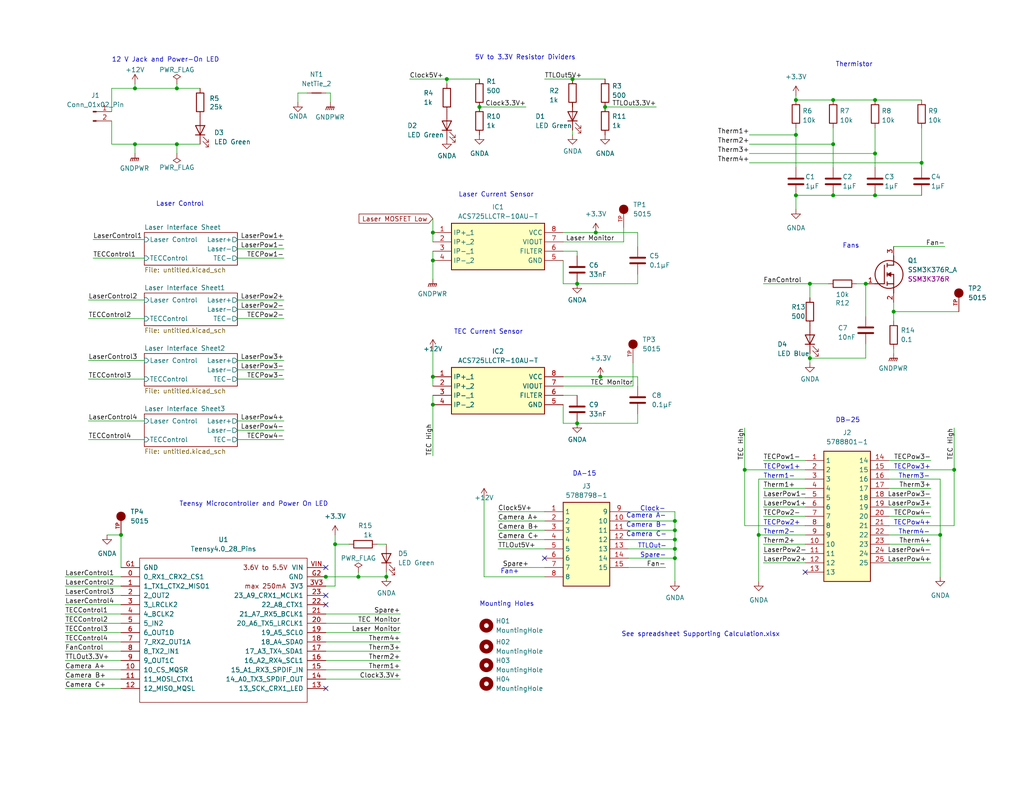
<source format=kicad_sch>
(kicad_sch (version 20230121) (generator eeschema)
  (paper "USLetter")
  (title_block (title "HSHS Interface Board v 0110B") (date "2024-02-29") (rev "NT-0110A") (company "Numentus Technologies"))
  (junction (at 260.35 128.27))
  (junction (at 203.2 128.27))
  (junction (at 157.48 115.57))
  (junction (at 118.11 110.49))
  (junction (at 118.11 63.5))
  (junction (at 184.15 147.32))
  (junction (at 217.17 36.83))
  (junction (at 227.33 39.37))
  (junction (at 165.1 29.21))
  (junction (at 238.76 41.91))
  (junction (at 238.76 53.34))
  (junction (at 217.17 53.34))
  (junction (at 33.02 146.05))
  (junction (at 36.83 24.13))
  (junction (at 207.01 146.05))
  (junction (at 217.17 27.305))
  (junction (at 91.44 148.59))
  (junction (at 36.83 39.37))
  (junction (at 184.15 142.24))
  (junction (at 88.9 157.48))
  (junction (at 251.46 44.45))
  (junction (at 184.15 149.86))
  (junction (at 118.11 71.12))
  (junction (at 220.98 77.47))
  (junction (at 48.26 39.37))
  (junction (at 184.15 152.4))
  (junction (at 121.92 21.59))
  (junction (at 157.48 77.47))
  (junction (at 97.79 157.48))
  (junction (at 163.83 102.87))
  (junction (at 105.41 157.48))
  (junction (at 227.33 53.34))
  (junction (at 256.54 146.05))
  (junction (at 238.76 27.305))
  (junction (at 130.81 29.21))
  (junction (at 162.56 63.5))
  (junction (at 156.21 21.59))
  (junction (at 184.15 144.78))
  (junction (at 243.84 85.09))
  (junction (at 220.98 97.79))
  (junction (at 227.33 27.305))
  (junction (at 48.26 24.13))
  (junction (at 236.22 77.47))
  (junction (at 118.11 102.87))
  (no_connect (at 88.9 162.56))
  (no_connect (at 88.9 187.96))
  (no_connect (at 148.59 152.4))
  (no_connect (at 219.71 156.21))
  (no_connect (at 88.9 165.1))
  (no_connect (at 88.9 154.94))
  (wire (pts (xy 33.02 182.88) (xy 17.78 182.88)))
  (wire (pts (xy 64.77 100.965) (xy 77.47 100.965)))
  (wire (pts (xy 238.76 34.925) (xy 238.76 41.91)))
  (wire (pts (xy 36.83 39.37) (xy 36.83 41.91)))
  (wire (pts (xy 33.02 167.64) (xy 17.78 167.64)))
  (wire (pts (xy 64.77 84.455) (xy 77.47 84.455)))
  (wire (pts (xy 91.44 146.05) (xy 91.44 148.59)))
  (wire (pts (xy 48.26 24.13) (xy 54.61 24.13)))
  (wire (pts (xy 64.77 103.505) (xy 77.47 103.505)))
  (wire (pts (xy 251.46 44.45) (xy 251.46 45.72)))
  (wire (pts (xy 30.48 39.37) (xy 36.83 39.37)))
  (wire (pts (xy 208.28 77.47) (xy 220.98 77.47)))
  (wire (pts (xy 256.54 146.05) (xy 256.54 157.48)))
  (wire (pts (xy 260.35 128.27) (xy 260.35 143.51)))
  (wire (pts (xy 173.99 105.41) (xy 173.99 102.87)))
  (wire (pts (xy 171.45 139.7) (xy 184.15 139.7)))
  (wire (pts (xy 204.47 36.83) (xy 217.17 36.83)))
  (wire (pts (xy 157.48 68.58) (xy 157.48 69.85)))
  (wire (pts (xy 153.67 68.58) (xy 157.48 68.58)))
  (wire (pts (xy 135.89 144.78) (xy 148.59 144.78)))
  (wire (pts (xy 33.02 157.48) (xy 17.78 157.48)))
  (wire (pts (xy 184.15 152.4) (xy 184.15 158.75)))
  (wire (pts (xy 162.56 63.5) (xy 153.67 63.5)))
  (wire (pts (xy 121.92 21.59) (xy 130.81 21.59)))
  (wire (pts (xy 33.02 177.8) (xy 17.78 177.8)))
  (wire (pts (xy 64.77 67.945) (xy 77.47 67.945)))
  (wire (pts (xy 118.11 107.95) (xy 118.11 110.49)))
  (wire (pts (xy 135.89 147.32) (xy 148.59 147.32)))
  (wire (pts (xy 238.76 27.305) (xy 227.33 27.305)))
  (wire (pts (xy 91.44 160.02) (xy 91.44 148.59)))
  (wire (pts (xy 171.45 142.24) (xy 184.15 142.24)))
  (wire (pts (xy 64.77 65.405) (xy 77.47 65.405)))
  (wire (pts (xy 36.83 24.13) (xy 30.48 24.13)))
  (wire (pts (xy 233.68 77.47) (xy 236.22 77.47)))
  (wire (pts (xy 242.57 153.67) (xy 254 153.67)))
  (wire (pts (xy 208.28 133.35) (xy 219.71 133.35)))
  (wire (pts (xy 88.9 157.48) (xy 97.79 157.48)))
  (wire (pts (xy 135.89 139.7) (xy 148.59 139.7)))
  (wire (pts (xy 220.98 97.79) (xy 220.98 99.06)))
  (wire (pts (xy 153.67 115.57) (xy 153.67 110.49)))
  (wire (pts (xy 105.41 156.21) (xy 105.41 157.48)))
  (wire (pts (xy 88.9 175.26) (xy 109.22 175.26)))
  (wire (pts (xy 118.11 63.5) (xy 118.11 66.04)))
  (wire (pts (xy 33.02 162.56) (xy 17.78 162.56)))
  (wire (pts (xy 88.9 172.72) (xy 109.22 172.72)))
  (wire (pts (xy 88.9 180.34) (xy 109.22 180.34)))
  (wire (pts (xy 88.9 167.64) (xy 109.22 167.64)))
  (wire (pts (xy 132.08 157.48) (xy 148.59 157.48)))
  (wire (pts (xy 242.57 140.97) (xy 254 140.97)))
  (wire (pts (xy 184.15 144.78) (xy 184.15 147.32)))
  (wire (pts (xy 153.67 102.87) (xy 163.83 102.87)))
  (wire (pts (xy 236.22 93.98) (xy 236.22 97.79)))
  (wire (pts (xy 30.48 24.13) (xy 30.48 30.48)))
  (wire (pts (xy 36.83 39.37) (xy 48.26 39.37)))
  (wire (pts (xy 162.56 63.5) (xy 173.99 63.5)))
  (wire (pts (xy 81.28 25.4) (xy 81.28 27.94)))
  (wire (pts (xy 118.11 124.46) (xy 118.11 110.49)))
  (wire (pts (xy 203.2 128.27) (xy 219.71 128.27)))
  (wire (pts (xy 242.57 138.43) (xy 254 138.43)))
  (wire (pts (xy 25.4 65.405) (xy 39.37 65.405)))
  (wire (pts (xy 243.84 95.25) (xy 243.84 96.52)))
  (wire (pts (xy 184.15 147.32) (xy 184.15 149.86)))
  (wire (pts (xy 33.02 187.96) (xy 17.78 187.96)))
  (wire (pts (xy 227.33 53.34) (xy 217.17 53.34)))
  (wire (pts (xy 242.57 133.35) (xy 254 133.35)))
  (wire (pts (xy 156.21 35.56) (xy 156.21 36.83)))
  (wire (pts (xy 135.89 142.24) (xy 148.59 142.24)))
  (wire (pts (xy 208.28 153.67) (xy 219.71 153.67)))
  (wire (pts (xy 153.67 77.47) (xy 153.67 71.12)))
  (wire (pts (xy 171.45 152.4) (xy 184.15 152.4)))
  (wire (pts (xy 227.33 27.305) (xy 217.17 27.305)))
  (wire (pts (xy 157.48 77.47) (xy 173.99 77.47)))
  (wire (pts (xy 118.11 76.2) (xy 118.11 71.12)))
  (wire (pts (xy 251.46 27.305) (xy 238.76 27.305)))
  (wire (pts (xy 111.76 21.59) (xy 121.92 21.59)))
  (wire (pts (xy 207.01 130.81) (xy 219.71 130.81)))
  (wire (pts (xy 24.13 86.995) (xy 39.37 86.995)))
  (wire (pts (xy 24.13 98.425) (xy 39.37 98.425)))
  (wire (pts (xy 64.77 117.475) (xy 77.47 117.475)))
  (wire (pts (xy 156.21 29.21) (xy 156.21 27.94)))
  (wire (pts (xy 48.26 39.37) (xy 48.26 41.91)))
  (wire (pts (xy 243.84 67.31) (xy 257.81 67.31)))
  (wire (pts (xy 33.02 175.26) (xy 17.78 175.26)))
  (wire (pts (xy 85.09 157.48) (xy 88.9 157.48)))
  (wire (pts (xy 251.46 34.925) (xy 251.46 44.45)))
  (wire (pts (xy 36.83 22.86) (xy 36.83 24.13)))
  (wire (pts (xy 25.4 70.485) (xy 39.37 70.485)))
  (wire (pts (xy 153.67 107.95) (xy 157.48 107.95)))
  (wire (pts (xy 33.02 165.1) (xy 17.78 165.1)))
  (wire (pts (xy 153.67 77.47) (xy 157.48 77.47)))
  (wire (pts (xy 238.76 53.34) (xy 251.46 53.34)))
  (wire (pts (xy 207.01 146.05) (xy 219.71 146.05)))
  (wire (pts (xy 24.13 81.915) (xy 39.37 81.915)))
  (wire (pts (xy 64.77 120.015) (xy 77.47 120.015)))
  (wire (pts (xy 204.47 41.91) (xy 238.76 41.91)))
  (wire (pts (xy 242.57 125.73) (xy 254 125.73)))
  (wire (pts (xy 227.33 39.37) (xy 204.47 39.37)))
  (wire (pts (xy 17.78 180.34) (xy 33.02 180.34)))
  (wire (pts (xy 48.26 39.37) (xy 54.61 39.37)))
  (wire (pts (xy 220.98 77.47) (xy 226.06 77.47)))
  (wire (pts (xy 153.67 115.57) (xy 157.48 115.57)))
  (wire (pts (xy 153.67 105.41) (xy 172.72 105.41)))
  (wire (pts (xy 33.02 170.18) (xy 17.78 170.18)))
  (wire (pts (xy 208.28 151.13) (xy 219.71 151.13)))
  (wire (pts (xy 203.2 128.27) (xy 203.2 143.51)))
  (wire (pts (xy 208.28 125.73) (xy 219.71 125.73)))
  (wire (pts (xy 109.22 185.42) (xy 88.9 185.42)))
  (wire (pts (xy 97.79 157.48) (xy 105.41 157.48)))
  (wire (pts (xy 135.89 149.86) (xy 148.59 149.86)))
  (wire (pts (xy 118.11 102.87) (xy 118.11 105.41)))
  (wire (pts (xy 208.28 140.97) (xy 219.71 140.97)))
  (wire (pts (xy 184.15 149.86) (xy 184.15 152.4)))
  (wire (pts (xy 88.9 177.8) (xy 109.22 177.8)))
  (wire (pts (xy 163.83 102.87) (xy 173.99 102.87)))
  (wire (pts (xy 30.48 39.37) (xy 30.48 33.02)))
  (wire (pts (xy 217.17 26.035) (xy 217.17 27.305)))
  (wire (pts (xy 236.22 97.79) (xy 220.98 97.79)))
  (wire (pts (xy 220.98 96.52) (xy 220.98 97.79)))
  (wire (pts (xy 33.02 185.42) (xy 17.78 185.42)))
  (wire (pts (xy 24.13 120.015) (xy 39.37 120.015)))
  (wire (pts (xy 121.92 21.59) (xy 121.92 22.86)))
  (wire (pts (xy 171.45 154.94) (xy 181.61 154.94)))
  (wire (pts (xy 217.17 57.15) (xy 217.17 53.34)))
  (wire (pts (xy 242.57 135.89) (xy 254 135.89)))
  (wire (pts (xy 171.45 149.86) (xy 184.15 149.86)))
  (wire (pts (xy 242.57 128.27) (xy 260.35 128.27)))
  (wire (pts (xy 88.9 25.4) (xy 90.17 25.4)))
  (wire (pts (xy 64.77 70.485) (xy 77.47 70.485)))
  (wire (pts (xy 153.67 66.04) (xy 170.18 66.04)))
  (wire (pts (xy 172.72 99.06) (xy 172.72 105.41)))
  (wire (pts (xy 81.28 25.4) (xy 83.82 25.4)))
  (wire (pts (xy 236.22 77.47) (xy 236.22 86.36)))
  (wire (pts (xy 33.02 160.02) (xy 17.78 160.02)))
  (wire (pts (xy 132.08 135.89) (xy 132.08 157.48)))
  (wire (pts (xy 130.81 29.21) (xy 143.51 29.21)))
  (wire (pts (xy 260.35 116.84) (xy 260.35 128.27)))
  (wire (pts (xy 48.26 22.86) (xy 48.26 24.13)))
  (wire (pts (xy 242.57 130.81) (xy 256.54 130.81)))
  (wire (pts (xy 242.57 151.13) (xy 254 151.13)))
  (wire (pts (xy 204.47 44.45) (xy 251.46 44.45)))
  (wire (pts (xy 102.87 148.59) (xy 105.41 148.59)))
  (wire (pts (xy 208.28 148.59) (xy 219.71 148.59)))
  (wire (pts (xy 173.99 115.57) (xy 173.99 113.03)))
  (wire (pts (xy 184.15 139.7) (xy 184.15 142.24)))
  (wire (pts (xy 208.28 135.89) (xy 219.71 135.89)))
  (wire (pts (xy 33.02 172.72) (xy 17.78 172.72)))
  (wire (pts (xy 36.83 24.13) (xy 48.26 24.13)))
  (wire (pts (xy 243.84 85.09) (xy 261.62 85.09)))
  (wire (pts (xy 157.48 115.57) (xy 173.99 115.57)))
  (wire (pts (xy 173.99 67.31) (xy 173.99 63.5)))
  (wire (pts (xy 238.76 45.72) (xy 238.76 41.91)))
  (wire (pts (xy 220.98 77.47) (xy 220.98 81.28)))
  (wire (pts (xy 243.84 85.09) (xy 243.84 87.63)))
  (wire (pts (xy 137.16 154.94) (xy 148.59 154.94)))
  (wire (pts (xy 88.9 170.18) (xy 109.22 170.18)))
  (wire (pts (xy 171.45 147.32) (xy 184.15 147.32)))
  (wire (pts (xy 148.59 21.59) (xy 156.21 21.59)))
  (wire (pts (xy 238.76 53.34) (xy 227.33 53.34)))
  (wire (pts (xy 64.77 114.935) (xy 77.47 114.935)))
  (wire (pts (xy 203.2 116.84) (xy 203.2 128.27)))
  (wire (pts (xy 118.11 95.25) (xy 118.11 102.87)))
  (wire (pts (xy 97.79 156.21) (xy 97.79 157.48)))
  (wire (pts (xy 242.57 143.51) (xy 260.35 143.51)))
  (wire (pts (xy 156.21 21.59) (xy 165.1 21.59)))
  (wire (pts (xy 217.17 45.72) (xy 217.17 36.83)))
  (wire (pts (xy 208.28 138.43) (xy 219.71 138.43)))
  (wire (pts (xy 170.18 66.04) (xy 170.18 62.23)))
  (wire (pts (xy 64.77 86.995) (xy 77.47 86.995)))
  (wire (pts (xy 91.44 148.59) (xy 95.25 148.59)))
  (wire (pts (xy 33.02 146.05) (xy 33.02 154.94)))
  (wire (pts (xy 242.57 148.59) (xy 254 148.59)))
  (wire (pts (xy 64.77 81.915) (xy 77.47 81.915)))
  (wire (pts (xy 171.45 144.78) (xy 184.15 144.78)))
  (wire (pts (xy 165.1 29.21) (xy 179.07 29.21)))
  (wire (pts (xy 227.33 34.925) (xy 227.33 39.37)))
  (wire (pts (xy 90.17 25.4) (xy 90.17 27.94)))
  (wire (pts (xy 29.21 146.05) (xy 33.02 146.05)))
  (wire (pts (xy 88.9 160.02) (xy 91.44 160.02)))
  (wire (pts (xy 173.99 77.47) (xy 173.99 74.93)))
  (wire (pts (xy 207.01 130.81) (xy 207.01 146.05)))
  (wire (pts (xy 118.11 59.69) (xy 118.11 63.5)))
  (wire (pts (xy 24.13 103.505) (xy 39.37 103.505)))
  (wire (pts (xy 64.77 98.425) (xy 77.47 98.425)))
  (wire (pts (xy 184.15 142.24) (xy 184.15 144.78)))
  (wire (pts (xy 203.2 143.51) (xy 219.71 143.51)))
  (wire (pts (xy 243.84 85.09) (xy 243.84 82.55)))
  (wire (pts (xy 256.54 130.81) (xy 256.54 146.05)))
  (wire (pts (xy 24.13 114.935) (xy 39.37 114.935)))
  (wire (pts (xy 227.33 45.72) (xy 227.33 39.37)))
  (wire (pts (xy 207.01 146.05) (xy 207.01 158.75)))
  (wire (pts (xy 217.17 34.925) (xy 217.17 36.83)))
  (wire (pts (xy 88.9 182.88) (xy 109.22 182.88)))
  (wire (pts (xy 242.57 146.05) (xy 256.54 146.05)))
  (wire (pts (xy 118.11 68.58) (xy 118.11 71.12)))
  (text "Camera A-" (at 170.815 141.605 0) (effects (font (size 1.27 1.27)) (justify left bottom)))
  (text "Therm3-" (at 245.11 130.81 0) (effects (font (size 1.27 1.27)) (justify left bottom)))
  (text "DA-15" (at 156.21 130.175 0) (effects (font (size 1.27 1.27)) (justify left bottom)))
  (text "Spare-" (at 174.625 152.4 0) (effects (font (size 1.27 1.27)) (justify left bottom)))
  (text "Laser Current Sensor" (at 125.095 53.975 0) (effects (font (size 1.27 1.27)) (justify left bottom)))
  (text "See spreadsheet Supporting Calculation.xlsx" (at 169.545 173.99 0) (effects (font (size 1.27 1.27)) (justify left bottom)))
  (text "TEC Current Sensor" (at 123.825 91.44 0) (effects (font (size 1.27 1.27)) (justify left bottom)))
  (text "DB-25" (at 227.965 115.57 0) (effects (font (size 1.27 1.27)) (justify left bottom)))
  (text "TECPow1+" (at 208.28 128.27 0) (effects (font (size 1.27 1.27)) (justify left bottom)))
  (text "Therm1-" (at 208.28 130.81 0) (effects (font (size 1.27 1.27)) (justify left bottom)))
  (text "TTLOut-" (at 173.99 149.86 0) (effects (font (size 1.27 1.27)) (justify left bottom)))
  (text "Therm4-" (at 245.11 146.05 0) (effects (font (size 1.27 1.27)) (justify left bottom)))
  (text "TECPow2+" (at 208.28 143.51 0) (effects (font (size 1.27 1.27)) (justify left bottom)))
  (text "5V to 3.3V Resistor Dividers" (at 129.54 16.51 0) (effects (font (size 1.27 1.27)) (justify left bottom)))
  (text "Fan+" (at 136.525 156.845 0) (effects (font (size 1.27 1.27)) (justify left bottom)))
  (text "Camera B-" (at 170.815 144.145 0) (effects (font (size 1.27 1.27)) (justify left bottom)))
  (text "Thermistor" (at 227.965 18.415 0) (effects (font (size 1.27 1.27)) (justify left bottom)))
  (text "Fans" (at 229.87 67.945 0) (effects (font (size 1.27 1.27)) (justify left bottom)))
  (text "Laser Control" (at 42.545 56.515 0) (effects (font (size 1.27 1.27)) (justify left bottom)))
  (text "TECPow3+" (at 243.84 128.27 0) (effects (font (size 1.27 1.27)) (justify left bottom)))
  (text "Camera C-" (at 170.815 146.685 0) (effects (font (size 1.27 1.27)) (justify left bottom)))
  (text "Teensy Microcontroller and Power On LED" (at 48.895 138.43 0) (effects (font (size 1.27 1.27)) (justify left bottom)))
  (text "12 V Jack and Power-On LED" (at 30.48 17.145 0) (effects (font (size 1.27 1.27)) (justify left bottom)))
  (text "Therm2-" (at 208.28 146.05 0) (effects (font (size 1.27 1.27)) (justify left bottom)))
  (text "Mounting Holes" (at 130.81 165.735 0) (effects (font (size 1.27 1.27)) (justify left bottom)))
  (text "TECPow4+" (at 243.84 143.51 0) (effects (font (size 1.27 1.27)) (justify left bottom)))
  (text "Clock-" (at 174.625 139.7 0) (effects (font (size 1.27 1.27)) (justify left bottom)))
  (label "LaserControl3" (at 24.13 98.425 0))
  (label "LaserControl1" (at 17.78 157.48 0))
  (label "LaserPow1+" (at 208.28 138.43 0))
  (label "LaserPow1-" (at 208.28 135.89 0))
  (label "TEC Monitor" (at 172.72 105.41 180))
  (label "LaserControl1" (at 25.4 65.405 0))
  (label "Therm1+" (at 204.47 36.83 180))
  (label "LaserPow3+" (at 254 138.43 180))
  (label "Therm2+" (at 204.47 39.37 180))
  (label "LaserPow3-" (at 254 135.89 180))
  (label "FanControl" (at 17.78 177.8 0))
  (label "TECControl2" (at 24.13 86.995 0))
  (label "LaserControl2" (at 24.13 81.915 0))
  (label "TECPow4-" (at 77.47 120.015 180))
  (label "Therm4+" (at 109.22 175.26 180))
  (label "TTLOut5V+" (at 148.59 21.59 0))
  (label "TTLOut3.3V+" (at 179.07 29.21 180))
  (label "TEC High" (at 203.2 116.84 270))
  (label "TECControl3" (at 24.13 103.505 0))
  (label "TECPow4-" (at 254 140.97 180))
  (label "Camera B+" (at 135.89 144.78 0))
  (label "Therm2+" (at 109.22 180.34 180))
  (label "Camera A+" (at 17.78 182.88 0))
  (label "Clock5V+" (at 111.76 21.59 0))
  (label "TECPow1-" (at 77.47 70.485 180))
  (label "LaserPow2+" (at 208.28 153.67 0))
  (label "LaserControl4" (at 24.13 114.935 0))
  (label "TEC High" (at 118.11 124.46 90))
  (label "TECPow2-" (at 77.47 86.995 180))
  (label "LaserPow4+" (at 77.47 114.935 180))
  (label "LaserPow2-" (at 208.28 151.13 0))
  (label "TTLOut3.3V+" (at 17.78 180.34 0))
  (label "TTLOut5V+" (at 135.89 149.86 0))
  (label "Laser Monitor" (at 167.64 66.04 180))
  (label "TECPow2-" (at 208.28 140.97 0))
  (label "LaserPow4-" (at 77.47 117.475 180))
  (label "LaserPow2-" (at 77.47 84.455 180))
  (label "TECControl2" (at 17.78 170.18 0))
  (label "LaserPow3+" (at 77.47 98.425 180))
  (label "Therm3+" (at 254 133.35 180))
  (label "LaserPow3-" (at 77.47 100.965 180))
  (label "TECControl1" (at 17.78 167.64 0))
  (label "Camera C+" (at 135.89 147.32 0))
  (label "Therm3+" (at 109.22 177.8 180))
  (label "Therm4+" (at 204.47 44.45 180))
  (label "LaserControl3" (at 17.78 162.56 0))
  (label "TEC High" (at 260.35 116.84 270))
  (label "Spare+" (at 109.22 167.64 180))
  (label "FanControl" (at 208.28 77.47 0))
  (label "Therm1+" (at 208.28 133.35 0))
  (label "TECControl3" (at 17.78 172.72 0))
  (label "Fan-" (at 181.61 154.94 180))
  (label "LaserPow2+" (at 77.47 81.915 180))
  (label "LaserControl4" (at 17.78 165.1 0))
  (label "Therm4+" (at 254 148.59 180))
  (label "Clock3.3V+" (at 143.51 29.21 180))
  (label "Therm1+" (at 109.22 182.88 180))
  (label "Camera C+" (at 17.78 187.96 0))
  (label "TECControl4" (at 24.13 120.015 0))
  (label "Camera A+" (at 135.89 142.24 0))
  (label "Clock3.3V+" (at 109.22 185.42 180))
  (label "LaserPow1-" (at 77.47 67.945 180))
  (label "Clock5V+" (at 135.89 139.7 0))
  (label "TECPow1-" (at 208.28 125.73 0))
  (label "LaserPow1+" (at 77.47 65.405 180))
  (label "LaserPow4-" (at 254 151.13 180))
  (label "Camera B+" (at 17.78 185.42 0))
  (label "Fan-" (at 257.81 67.31 180))
  (label "TECPow3-" (at 254 125.73 180))
  (label "Spare+" (at 137.16 154.94 0))
  (label "LaserControl2" (at 17.78 160.02 0))
  (label "Therm3+" (at 204.47 41.91 180))
  (label "Laser Monitor" (at 109.22 172.72 180))
  (label "TECControl1" (at 25.4 70.485 0))
  (label "TECControl4" (at 17.78 175.26 0))
  (label "TECPow3-" (at 77.47 103.505 180))
  (label "LaserPow4+" (at 254 153.67 180))
  (label "TEC Monitor" (at 109.22 170.18 180))
  (label "Therm2+" (at 208.28 148.59 0))
  (global_label "Laser MOSFET Low" (shape input) (at 118.11 59.69 180) (property "Intersheetrefs" "${INTERSHEET_REFS}" (effects hide)))
  (symbol (lib_id "Device:R") (at 130.81 25.4 0) (unit 1)
    (property "Reference" "R1" (at 132.715 22.225 0) (effects (justify left)))
    (property "Value" "500" (at 132.715 24.765 0) (effects (justify left)))
    (property "Footprint" "Global_Footprint_Library:R_0603_1608Metric_Small_Font" (effects hide))
    (property "Digikey_Price/Stock" "https://www.digikey.com/en/products/detail/stackpole-electronics-inc/RMCF0603FT10K0/1761235" (effects hide))
    (property "DESCRIPTION" "RES 499 OHM 1% 1/10W 0603" (effects hide))
    (property "Digikey_Part_Number" "13-RC0603FR-10499RLCT-ND" (effects hide))
    (property "Manufacturer Part Number" "RC0603FR-10499RL" (effects hide))
    (property "PRICE" "0.0112" (effects hide))
  )
  (symbol (lib_id "Device:C") (at 217.17 49.53 0) (unit 1)
    (property "Reference" "C1" (at 219.71 48.26 0) (effects (justify left)))
    (property "Value" "1µF" (at 219.71 50.8 0) (effects (justify left)))
    (property "Footprint" "Global_Footprint_Library:C_0603_1608Metric_Small_Font" (effects hide))
    (property "Description" "CAP CER 1UF 25V X5R 0603" (effects hide))
    (property "Digikey_Part_Number" "1276-1102-1-ND" (effects hide))
    (property "Digikey_Price/Stock" "https://www.digikey.com/en/products/detail/samsung-electro-mechanics/CL10A105KA8NNNC/3886760" (effects hide))
    (property "Manufacturer_Name" "Samsung Electro-Mechanics" (effects hide))
    (property "Manufacturer_Part_Number" "CL10A105KA8NNNC" (effects hide))
    (property "Price Unit 1" ".1" (effects hide))
    (property "DESCRIPTION" "CAP CER 1UF 25V X5R 0603" (effects hide))
    (property "Manufacturer Part Number" "CL10A105KA8NNNC" (effects hide))
    (property "PRICE" "0.017" (effects hide))
  )
  (symbol (lib_id "power:+12V") (at 36.83 22.86 0) (unit 1)
    (property "Reference" "#PWR01" (effects hide))
    (property "Value" "+12V" (at 36.83 19.05 0))
  )
  (symbol (lib_id "Device:R") (at 99.06 148.59 90) (unit 1)
    (property "Reference" "R15" (at 101.6 143.5131 90) (effects (justify left)))
    (property "Value" "1k" (at 101.6 146.05 90) (effects (justify left)))
    (property "Footprint" "Global_Footprint_Library:R_0603_1608Metric_Small_Font" (effects hide))
    (property "Description" "RES 499 OHM 1% 1/10W 0603" (effects hide))
    (property "Digikey_Part_Number" "13-RC0603FR-10499RLCT-ND" (effects hide))
    (property "Digikey_Price/Stock" "https://www.digikey.com/en/products/detail/yageo/RC0603FR-10499RL/14008359" (effects hide))
    (property "Manufacturer_Name" "Yageo" (effects hide))
    (property "Manufacturer_Part_Number" "RC0603FR-10499RL" (effects hide))
    (property "Price Unit 1" ".1" (effects hide))
    (property "DESCRIPTION" "RES 499 OHM 1% 1/10W 0603" (effects hide))
    (property "Manufacturer Part Number" "RC0603FR-10499RL" (effects hide))
    (property "PRICE" "0.0112" (effects hide))
  )
  (symbol (lib_id "power:GNDA") (at 207.01 158.75 0) (unit 1)
    (property "Reference" "#PWR025" (effects hide))
    (property "Value" "GNDA" (at 207.01 163.83 0))
  )
  (symbol (lib_id "Device:R") (at 217.17 31.115 0) (unit 1)
    (property "Reference" "R6" (at 218.948 30.2803 0) (effects (justify left)))
    (property "Value" "10k" (at 218.948 32.8172 0) (effects (justify left)))
    (property "Footprint" "Global_Footprint_Library:R_0603_1608Metric_Small_Font" (effects hide))
    (property "Description" "RES 10K OHM 1% 1/8W 0603" (effects hide))
    (property "Digikey_Part_Number" "RMCF0603FT10K0CT-ND" (effects hide))
    (property "Digikey_Price/Stock" "https://www.digikey.com/en/products/detail/stackpole-electronics-inc/RNCP0603FTD10K0/2240139" (effects hide))
    (property "Manufacturer_Name" "Stackpole Electronics Inc" (effects hide))
    (property "Manufacturer_Part_Number" "RNCP0603FTD10K0" (effects hide))
    (property "Price Unit 1" ".1" (effects hide))
    (property "DESCRIPTION" "RES 10K OHM 1% 1/10W 0603" (effects hide))
    (property "Manufacturer Part Number" "RMCF0603FT10K0" (effects hide))
    (property "PRICE" "0.0075" (effects hide))
  )
  (symbol (lib_id "Global_Symbol_Library:SSM3K376R_A") (at 236.22 77.47 0) (unit 1)
    (property "Reference" "Q1" (at 247.65 71.12 0) (effects (justify left)))
    (property "Value" "SSM3K376R_A" (at 247.65 73.66 0) (effects (justify left)))
    (property "Footprint" "Global_Footprint_Library:SSM3K376R_Mod_A" (effects hide))
    (property "Datasheet" "https://toshiba.semicon-storage.com/info/SSM3K376R_datasheet_en_20210528.pdf?did=60463&prodName=SSM3K376R" (effects hide))
    (property "Value_1" "SSM3K376R" (at 247.65 76.2 0) (effects (justify left)))
    (property "Footprint_1" "SOTFL95P240X88-3N" (effects hide))
    (property "Datasheet_1" "https://toshiba.semicon-storage.com/info/docget.jsp?did=60463&prodName=SSM3K376R" (effects hide))
    (property "Height" ".8" (effects hide))
    (property "Manufacturer_Name" "Toshiba Semiconductor and Storage" (effects hide))
    (property "Manufacturer_Part_Number" "SSM3K376R,LF" (effects hide))
    (property "Description" "MOSFET N-CH 30V 4A SOT23F" (effects hide))
    (property "Digikey_Part_Number" "SSM3K376RLFTR-ND" (effects hide))
    (property "Digikey_Price/Stock" "https://www.digikey.com/en/products/detail/toshiba-semiconductor-and-storage/SSM3K376R-LF/9472331" (effects hide))
    (property "Price Unit 1" ".43" (effects hide))
    (property "Vendor Web Page" "https://toshiba.semicon-storage.com/us/semiconductor/product/mosfets/detail.SSM3K376R.html" (effects hide))
    (property "DESCRIPTION" "MOSFET N-CH 30V 4A SOT23F" (effects hide))
    (property "Manufacturer Part Number" "SSM3K376R,LF" (effects hide))
    (property "PRICE" "0.289" (effects hide))
  )
  (symbol (lib_id "power:+12V") (at 132.08 135.89 0) (unit 1)
    (property "Reference" "#PWR019" (effects hide))
    (property "Value" "+12V" (at 132.08 135.89 0))
  )
  (symbol (lib_id "Mechanical:MountingHole") (at 132.715 176.53 0) (unit 1)
    (property "Reference" "H02" (at 135.255 175.26 0) (effects (justify left)))
    (property "Value" "MountingHole" (at 135.255 177.8 0) (effects (justify left)))
    (property "Footprint" "MountingHole:MountingHole_3.5mm" (effects hide))
  )
  (symbol (lib_id "Device:R") (at 130.81 33.02 0) (unit 1)
    (property "Reference" "R10" (at 132.715 31.75 0) (effects (justify left)))
    (property "Value" "1k" (at 132.715 34.29 0) (effects (justify left)))
    (property "Footprint" "Global_Footprint_Library:R_0603_1608Metric_Small_Font" (effects hide))
    (property "Digikey_Price/Stock" " https://www.digikey.com/en/products/detail/panasonic-electronic-components/ERJ-3EKF2002V/196202" (effects hide))
    (property "DESCRIPTION" "RES 1K OHM 1% 1/10W 0603" (effects hide))
    (property "Digikey_Part_Number" "311-1.00KHRCT-ND" (effects hide))
    (property "Manufacturer Part Number" "RC0603FR-071KL" (effects hide))
    (property "PRICE" "0.0112" (effects hide))
  )
  (symbol (lib_id "Device:R") (at 165.1 25.4 0) (unit 1)
    (property "Reference" "R3" (at 167.005 23.495 0) (effects (justify left)))
    (property "Value" "500" (at 167.005 26.035 0) (effects (justify left)))
    (property "Footprint" "Global_Footprint_Library:R_0603_1608Metric_Small_Font" (effects hide))
    (property "Digikey_Price/Stock" "https://www.digikey.com/en/products/detail/stackpole-electronics-inc/RMCF0603FT10K0/1761235" (effects hide))
    (property "DESCRIPTION" "RES 499 OHM 1% 1/10W 0603" (effects hide))
    (property "Digikey_Part_Number" "13-RC0603FR-10499RLCT-ND" (effects hide))
    (property "Manufacturer Part Number" "RC0603FR-10499RL" (effects hide))
    (property "PRICE" "0.0112" (effects hide))
  )
  (symbol (lib_id "Device:R") (at 229.87 77.47 90) (unit 1)
    (property "Reference" "R12" (at 229.87 82.7278 90))
    (property "Value" "10k" (at 229.87 80.4164 90))
    (property "Footprint" "Global_Footprint_Library:R_0603_1608Metric_Small_Font" (effects hide))
    (property "Manufacturer Part Number" "RMCF0603FT10K0" (effects hide))
    (property "Price Unit 1" ".1" (effects hide))
    (property "Description" "RES 499 OHM 1% 1/10W 0603" (effects hide))
    (property "Digikey_Part_Number" "RMCF0603FT10K0CT-ND" (effects hide))
    (property "Digikey_Price/Stock" "https://www.digikey.com/en/products/detail/yageo/RC0603FR-10499RL/14008359" (effects hide))
    (property "Manufacturer_Name" "Yageo" (effects hide))
    (property "Manufacturer_Part_Number" "RC0603FR-10499RL" (effects hide))
    (property "DESCRIPTION" "RES 10K OHM 1% 1/10W 0603" (effects hide))
    (property "PRICE" "0.0075" (effects hide))
  )
  (symbol (lib_id "power:GNDA") (at 157.48 115.57 0) (unit 1)
    (property "Reference" "#PWR018" (effects hide))
    (property "Value" "GNDA" (at 157.48 120.0134 0))
  )
  (symbol (lib_id "power:GNDPWR") (at 90.17 27.94 0) (unit 1)
    (property "Reference" "#PWR04" (effects hide))
    (property "Value" "GNDPWR" (at 90.043 31.977 0))
  )
  (symbol (lib_id "power:+12V") (at 118.11 95.25 0) (unit 1)
    (property "Reference" "#PWR014" (effects hide))
    (property "Value" "+12V" (at 118.11 95.25 0))
  )
  (symbol (lib_id "Device:C") (at 173.99 71.12 0) (unit 1)
    (property "Reference" "C5" (at 177.165 69.8531 0) (effects (justify left)))
    (property "Value" "0.1µF" (at 177.165 72.39 0) (effects (justify left)))
    (property "Footprint" "Global_Footprint_Library:C_0603_1608Metric_Small_Font" (effects hide))
    (property "Datasheet" "https://datasheets.kyocera-avx.com/X7RDielectric.pdf" (effects hide))
    (property "Description" "CAP CER 0.1UF 50V X7R 0603" (effects hide))
    (property "Digikey_Part_Number" "478-10346-2-ND" (effects hide))
    (property "Digikey_Price/Stock" "https://www.digikey.com/en/products/detail/kyocera-avx/06035C104KAT4A/1600047" (effects hide))
    (property "Manufacturer_Name" "KYOCERA AVX" (effects hide))
    (property "Manufacturer_Part_Number" "06035C104KAT4A" (effects hide))
  )
  (symbol (lib_id "power:GNDA") (at 156.21 36.83 0) (unit 1)
    (property "Reference" "#PWR05" (effects hide))
    (property "Value" "GNDA" (at 156.21 41.2734 0))
  )
  (symbol (lib_id "power:PWR_FLAG") (at 48.26 41.91 0) (mirror x) (unit 1)
    (property "Reference" "#FLG02" (effects hide))
    (property "Value" "PWR_FLAG" (at 48.26 45.72 0))
  )
  (symbol (lib_id "Mechanical:MountingHole") (at 132.715 170.815 0) (unit 1)
    (property "Reference" "H01" (at 135.255 169.545 0) (effects (justify left)))
    (property "Value" "MountingHole" (at 135.255 172.085 0) (effects (justify left)))
    (property "Footprint" "MountingHole:MountingHole_3.5mm" (effects hide))
  )
  (symbol (lib_id "Global_Symbol_Library:5788801-1") (at 219.71 125.73 0) (unit 1)
    (property "Reference" "J2" (at 231.14 118.11 0))
    (property "Value" "5788801-1" (at 231.14 120.65 0))
    (property "Footprint" "Global_Footprint_Library:57888011_A" (effects hide))
    (property "Datasheet" "https://www.te.com/commerce/DocumentDelivery/DDEController?Action=showdoc&DocId=Customer+Drawing%7F5788801%7FO%7Fpdf%7FEnglish%7FENG_CD_5788801_O.pdf%7F5788801-1" (effects hide))
    (property "Height" "12.93" (effects hide))
    (property "Manufacturer_Name" "TE Connectivity" (effects hide))
    (property "Manufacturer_Part_Number" "5788801-1" (effects hide))
    (property "Mouser Part Number" "571-5788801-1" (effects hide))
    (property "Mouser Price/Stock" "https://www.mouser.co.uk/ProductDetail/TE-Connectivity-AMP/5788801-1?qs=PmjM%2FwY1RToSHOZP%252ByStZg%3D%3D" (effects hide))
    (property "Arrow Part Number" "5788801-1" (effects hide))
    (property "Arrow Price/Stock" "https://www.arrow.com/en/products/5788801-1/te-connectivity?region=nac" (effects hide))
    (property "DESCRIPTION" "CONN D-SUB RCPT 25POS R/A SLDR" (effects hide))
    (property "Digikey_Part_Number" "A35139-ND" (effects hide))
    (property "Manufacturer Part Number" "5788801-1" (effects hide))
    (property "PRICE" "8.04" (effects hide))
  )
  (symbol (lib_id "Global_Symbol_Library:ACS725LLCTR-10AU-T") (at 118.11 102.87 0) (unit 1)
    (property "Reference" "IC2" (at 135.89 95.885 0))
    (property "Value" "ACS725LLCTR-10AU-T" (at 135.89 98.425 0))
    (property "Footprint" "Global_Footprint_Library:SOIC127P600X175-8N" (effects hide))
    (property "Datasheet" "https://www.allegromicro.com/~/media/Files/Datasheets/ACS725-Datasheet.ashx" (effects hide))
    (property "Height" "1.75" (effects hide))
    (property "Mouser Part Number" "250-725LLCTR10AUT" (effects hide))
    (property "Mouser Price/Stock" "https://www.mouser.co.uk/ProductDetail/Allegro-MicroSystems/ACS725LLCTR-10AU-T?qs=pUKx8fyJudDJhypXeBbXnA%3D%3D" (effects hide))
    (property "Manufacturer_Name" "Allegro Microsystems" (effects hide))
    (property "Manufacturer_Part_Number" "ACS725LLCTR-10AU-T" (effects hide))
  )
  (symbol (lib_id "power:GNDPWR") (at 243.84 96.52 0) (unit 1)
    (property "Reference" "#PWR015" (effects hide))
    (property "Value" "GNDPWR" (at 243.713 100.557 0))
  )
  (symbol (lib_id "power:GNDPWR") (at 118.11 76.2 0) (unit 1)
    (property "Reference" "#PWR012" (effects hide))
    (property "Value" "GNDPWR" (at 117.983 80.237 0))
  )
  (symbol (lib_id "Device:R") (at 251.46 31.115 0) (unit 1)
    (property "Reference" "R9" (at 253.238 30.2803 0) (effects (justify left)))
    (property "Value" "10k" (at 253.238 32.8172 0) (effects (justify left)))
    (property "Footprint" "Global_Footprint_Library:R_0603_1608Metric_Small_Font" (effects hide))
    (property "Description" "RES 10K OHM 1% 1/8W 0603" (effects hide))
    (property "Digikey_Part_Number" "RMCF0603FT10K0CT-ND" (effects hide))
    (property "Digikey_Price/Stock" "https://www.digikey.com/en/products/detail/stackpole-electronics-inc/RNCP0603FTD10K0/2240139" (effects hide))
    (property "Manufacturer_Name" "Stackpole Electronics Inc" (effects hide))
    (property "Manufacturer_Part_Number" "RNCP0603FTD10K0" (effects hide))
    (property "Price Unit 1" ".1" (effects hide))
    (property "DESCRIPTION" "RES 10K OHM 1% 1/10W 0603" (effects hide))
    (property "Manufacturer Part Number" "RMCF0603FT10K0" (effects hide))
    (property "PRICE" "0.0075" (effects hide))
  )
  (symbol (lib_id "Device:R") (at 227.33 31.115 0) (unit 1)
    (property "Reference" "R7" (at 229.108 30.2803 0) (effects (justify left)))
    (property "Value" "10k" (at 229.108 32.8172 0) (effects (justify left)))
    (property "Footprint" "Global_Footprint_Library:R_0603_1608Metric_Small_Font" (effects hide))
    (property "Description" "RES 10K OHM 1% 1/8W 0603" (effects hide))
    (property "Digikey_Part_Number" "RMCF0603FT10K0CT-ND" (effects hide))
    (property "Digikey_Price/Stock" "https://www.digikey.com/en/products/detail/stackpole-electronics-inc/RNCP0603FTD10K0/2240139" (effects hide))
    (property "Manufacturer_Name" "Stackpole Electronics Inc" (effects hide))
    (property "Manufacturer_Part_Number" "RNCP0603FTD10K0" (effects hide))
    (property "Price Unit 1" ".1" (effects hide))
    (property "DESCRIPTION" "RES 10K OHM 1% 1/10W 0603" (effects hide))
    (property "Manufacturer Part Number" "RMCF0603FT10K0" (effects hide))
    (property "PRICE" "0.0075" (effects hide))
  )
  (symbol (lib_id "power:+3.3V") (at 162.56 63.5 0) (unit 1)
    (property "Reference" "#PWR011" (effects hide))
    (property "Value" "+3.3V" (at 162.56 58.42 0))
  )
  (symbol (lib_id "Device:LED") (at 121.92 34.29 90) (unit 1)
    (property "Reference" "D2" (at 111.125 34.2931 90) (effects (justify right)))
    (property "Value" "LED Green" (at 111.125 36.83 90) (effects (justify right)))
    (property "Footprint" "Global_Footprint_Library:AA1608 Generic Kingbrite LED" (effects hide))
    (property "Datasheet" "https://www.kingbrightusa.com/images/catalog/SPEC/AA1608ZGSK-10MAV.pdf" (effects hide))
    (property "Description" "1.6X0.8MM BLUE SMD LED" (effects hide))
    (property "Digikey_Part_Number" "754-AA1608ZGSK-10MAVCT-ND" (effects hide))
    (property "Digikey_Price/Stock" "https://www.digikey.com/en/products/detail/kingbright/AA1608QBS-D-10MAV/13997416?s=N4IgTCBcDaIOwFYAsBaAgmgjANgAwA4BFAIQGUB6AERU1wFk0A1AYQBUUA5SkAXQF8gA" (effects hide))
    (property "Manufacturer_Name" "Kingbright" (effects hide))
    (property "Manufacturer_Part_Number" "AA1608QBS/D-10MAV" (effects hide))
    (property "Price Unit 1" "0.51" (effects hide))
    (property "DESCRIPTION" "LED GREEN CLEAR 0603 SMD" (effects hide))
    (property "Manufacturer Part Number" "AA1608ZGSK-10MAV" (effects hide))
    (property "PRICE" "0.332" (effects hide))
  )
  (symbol (lib_id "power:GNDA") (at 121.92 38.1 0) (unit 1)
    (property "Reference" "#PWR08" (effects hide))
    (property "Value" "GNDA" (at 121.92 42.5434 0))
  )
  (symbol (lib_id "Device:LED") (at 54.61 35.56 90) (unit 1)
    (property "Reference" "D3" (at 58.42 36.1981 90) (effects (justify right)))
    (property "Value" "LED Green" (at 58.42 38.735 90) (effects (justify right)))
    (property "Footprint" "Global_Footprint_Library:AA1608 Generic Kingbrite LED" (effects hide))
    (property "Datasheet" "https://www.kingbrightusa.com/images/catalog/SPEC/AA1608ZGSK-10MAV.pdf" (effects hide))
    (property "Description" "1.6X0.8MM BLUE SMD LED" (effects hide))
    (property "Digikey_Part_Number" "754-AA1608ZGSK-10MAVCT-ND" (effects hide))
    (property "Digikey_Price/Stock" "https://www.digikey.com/en/products/detail/kingbright/AA1608QBS-D-10MAV/13997416?s=N4IgTCBcDaIOwFYAsBaAgmgjANgAwA4BFAIQGUB6AERU1wFk0A1AYQBUUA5SkAXQF8gA" (effects hide))
    (property "Manufacturer_Name" "Kingbright" (effects hide))
    (property "Manufacturer_Part_Number" "AA1608QBS/D-10MAV" (effects hide))
    (property "Price Unit 1" "0.51" (effects hide))
    (property "DESCRIPTION" "LED GREEN CLEAR 0603 SMD" (effects hide))
    (property "Manufacturer Part Number" "AA1608ZGSK-10MAV" (effects hide))
    (property "PRICE" "0.332" (effects hide))
  )
  (symbol (lib_id "Device:R") (at 165.1 33.02 0) (unit 1)
    (property "Reference" "R11" (at 167.005 31.75 0) (effects (justify left)))
    (property "Value" "1k" (at 167.005 34.29 0) (effects (justify left)))
    (property "Footprint" "Global_Footprint_Library:R_0603_1608Metric_Small_Font" (effects hide))
    (property "Digikey_Price/Stock" " https://www.digikey.com/en/products/detail/panasonic-electronic-components/ERJ-3EKF2002V/196202" (effects hide))
    (property "DESCRIPTION" "RES 1K OHM 1% 1/10W 0603" (effects hide))
    (property "Digikey_Part_Number" "311-1.00KHRCT-ND" (effects hide))
    (property "Manufacturer Part Number" "RC0603FR-071KL" (effects hide))
    (property "PRICE" "0.0112" (effects hide))
  )
  (symbol (lib_id "Device:R") (at 121.92 26.67 0) (unit 1)
    (property "Reference" "R4" (at 115.57 25.4031 0) (effects (justify left)))
    (property "Value" "1k" (at 115.57 27.94 0) (effects (justify left)))
    (property "Footprint" "Global_Footprint_Library:R_0603_1608Metric_Small_Font" (effects hide))
    (property "Description" "RES 499 OHM 1% 1/10W 0603" (effects hide))
    (property "Digikey_Part_Number" "13-RC0603FR-10499RLCT-ND" (effects hide))
    (property "Digikey_Price/Stock" "https://www.digikey.com/en/products/detail/yageo/RC0603FR-10499RL/14008359" (effects hide))
    (property "Manufacturer_Name" "Yageo" (effects hide))
    (property "Manufacturer_Part_Number" "RC0603FR-10499RL" (effects hide))
    (property "Price Unit 1" ".1" (effects hide))
    (property "DESCRIPTION" "RES 499 OHM 1% 1/10W 0603" (effects hide))
    (property "Manufacturer Part Number" "RC0603FR-10499RL" (effects hide))
    (property "PRICE" "0.0112" (effects hide))
  )
  (symbol (lib_id "Mechanical:MountingHole") (at 132.715 186.69 0) (unit 1)
    (property "Reference" "H04" (at 135.255 185.42 0) (effects (justify left)))
    (property "Value" "MountingHole" (at 135.255 187.96 0) (effects (justify left)))
    (property "Footprint" "MountingHole:MountingHole_3.5mm" (effects hide))
  )
  (symbol (lib_id "power:GNDA") (at 165.1 36.83 0) (unit 1)
    (property "Reference" "#PWR06" (effects hide))
    (property "Value" "GNDA" (at 165.1 41.91 0))
  )
  (symbol (lib_id "power:GNDA") (at 220.98 99.06 0) (unit 1)
    (property "Reference" "#PWR016" (effects hide))
    (property "Value" "GNDA" (at 220.98 103.5034 0))
  )
  (symbol (lib_id "Device:C") (at 236.22 90.17 0) (unit 1)
    (property "Reference" "C7" (at 228.6 89.535 0) (effects (justify left)))
    (property "Value" "10nF" (at 228.6 92.075 0) (effects (justify left)))
    (property "Footprint" "Global_Footprint_Library:C_0603_1608Metric_Small_Font" (effects hide))
    (property "Digikey_Part_Number" "399-C0603C103K3RAC7867CT-ND" (effects hide))
    (property "DESCRIPTION" "CAP CER 10000PF 25V X7R 0603" (effects hide))
    (property "Manufacturer Part Number" "C0603C103K3RAC7867" (effects hide))
    (property "PRICE" "0.0263" (effects hide))
  )
  (symbol (lib_id "power:GNDA") (at 81.28 27.94 0) (unit 1)
    (property "Reference" "#PWR03" (effects hide))
    (property "Value" "GNDA" (at 81.28 31.75 0))
  )
  (symbol (lib_id "Global_Symbol_Library:5015") (at 172.72 93.98 90) (unit 1)
    (property "Reference" "TP3" (at 175.26 92.71 90) (effects (justify right)))
    (property "Value" "5015" (at 175.26 95.25 90) (effects (justify right)))
    (property "Footprint" "Global_Footprint_Library:KEYSTONE_5015" (effects hide))
    (property "Datasheet" "https://www.keyelco.com/userAssets/file/M65p55.pdf" (effects hide))
    (property "MF" "Keystone Electronics" (effects hide))
    (property "DESCRIPTION" "SMT Test Point- Micro Miniature-1000 pc Reels" (effects hide))
    (property "PACKAGE" "None" (effects hide))
    (property "PRICE" "0.3684" (effects hide))
    (property "MP" "5015" (effects hide))
    (property "AVAILABILITY" "In Stock" (effects hide))
    (property "PURCHASE-URL" "https://pricing.snapeda.com/search/part/5015/?ref=eda" (effects hide))
    (property "Digikey_Part_Number" "36-5015CT-ND" (effects hide))
    (property "Manufacturer Part Number" "5015" (effects hide))
    (property "Manufacturer_Name" "Keystone Electronics" (effects hide))
  )
  (symbol (lib_id "power:+3.3V") (at 91.44 146.05 0) (unit 1)
    (property "Reference" "#PWR021" (effects hide))
    (property "Value" "+3.3V" (at 91.44 140.97 0))
  )
  (symbol (lib_id "Device:NetTie_2") (at 86.36 25.4 0) (unit 1) (in_bom no)
    (property "Reference" "NT1" (at 86.36 20.32 0))
    (property "Value" "NetTie_2" (at 86.36 22.86 0))
    (property "Footprint" "Global_Footprint_Library:NetTieSolderBridgeSmaller" (effects hide))
  )
  (symbol (lib_id "Device:C") (at 251.46 49.53 0) (unit 1)
    (property "Reference" "C4" (at 254 48.26 0) (effects (justify left)))
    (property "Value" "1µF" (at 254 50.8 0) (effects (justify left)))
    (property "Footprint" "Global_Footprint_Library:C_0603_1608Metric_Small_Font" (effects hide))
    (property "Description" "CAP CER 1UF 25V X5R 0603" (effects hide))
    (property "Digikey_Part_Number" "1276-1102-1-ND" (effects hide))
    (property "Digikey_Price/Stock" "https://www.digikey.com/en/products/detail/samsung-electro-mechanics/CL10A105KA8NNNC/3886760" (effects hide))
    (property "Manufacturer_Name" "Samsung Electro-Mechanics" (effects hide))
    (property "Manufacturer_Part_Number" "CL10A105KA8NNNC" (effects hide))
    (property "Price Unit 1" ".1" (effects hide))
    (property "DESCRIPTION" "CAP CER 1UF 25V X5R 0603" (effects hide))
    (property "Manufacturer Part Number" "CL10A105KA8NNNC" (effects hide))
    (property "PRICE" "0.017" (effects hide))
  )
  (symbol (lib_id "Global_Symbol_Library:5015") (at 170.18 57.15 90) (unit 1)
    (property "Reference" "TP1" (at 172.72 55.88 90) (effects (justify right)))
    (property "Value" "5015" (at 172.72 58.42 90) (effects (justify right)))
    (property "Footprint" "Global_Footprint_Library:KEYSTONE_5015" (effects hide))
    (property "Datasheet" "https://www.keyelco.com/userAssets/file/M65p55.pdf" (effects hide))
    (property "MF" "Keystone Electronics" (effects hide))
    (property "DESCRIPTION" "SMT Test Point- Micro Miniature-1000 pc Reels" (effects hide))
    (property "PACKAGE" "None" (effects hide))
    (property "PRICE" "0.3684" (effects hide))
    (property "MP" "5015" (effects hide))
    (property "AVAILABILITY" "In Stock" (effects hide))
    (property "PURCHASE-URL" "https://pricing.snapeda.com/search/part/5015/?ref=eda" (effects hide))
    (property "Digikey_Part_Number" "36-5015CT-ND" (effects hide))
    (property "Manufacturer Part Number" "5015" (effects hide))
    (property "Manufacturer_Name" "Keystone Electronics" (effects hide))
  )
  (symbol (lib_id "Device:R") (at 238.76 31.115 0) (unit 1)
    (property "Reference" "R8" (at 240.538 30.2803 0) (effects (justify left)))
    (property "Value" "10k" (at 240.538 32.8172 0) (effects (justify left)))
    (property "Footprint" "Global_Footprint_Library:R_0603_1608Metric_Small_Font" (effects hide))
    (property "Description" "RES 10K OHM 1% 1/8W 0603" (effects hide))
    (property "Digikey_Part_Number" "RMCF0603FT10K0CT-ND" (effects hide))
    (property "Digikey_Price/Stock" "https://www.digikey.com/en/products/detail/stackpole-electronics-inc/RNCP0603FTD10K0/2240139" (effects hide))
    (property "Manufacturer_Name" "Stackpole Electronics Inc" (effects hide))
    (property "Manufacturer_Part_Number" "RNCP0603FTD10K0" (effects hide))
    (property "Price Unit 1" ".1" (effects hide))
    (property "DESCRIPTION" "RES 10K OHM 1% 1/10W 0603" (effects hide))
    (property "Manufacturer Part Number" "RMCF0603FT10K0" (effects hide))
    (property "PRICE" "0.0075" (effects hide))
  )
  (symbol (lib_id "Device:LED") (at 156.21 31.75 90) (unit 1)
    (property "Reference" "D1" (at 146.05 31.7531 90) (effects (justify right)))
    (property "Value" "LED Green" (at 146.05 34.29 90) (effects (justify right)))
    (property "Footprint" "Global_Footprint_Library:AA1608 Generic Kingbrite LED" (effects hide))
    (property "Datasheet" "https://www.kingbrightusa.com/images/catalog/SPEC/AA1608ZGSK-10MAV.pdf" (effects hide))
    (property "Description" "1.6X0.8MM BLUE SMD LED" (effects hide))
    (property "Digikey_Part_Number" "754-AA1608ZGSK-10MAVCT-ND" (effects hide))
    (property "Digikey_Price/Stock" "https://www.digikey.com/en/products/detail/kingbright/AA1608QBS-D-10MAV/13997416?s=N4IgTCBcDaIOwFYAsBaAgmgjANgAwA4BFAIQGUB6AERU1wFk0A1AYQBUUA5SkAXQF8gA" (effects hide))
    (property "Manufacturer_Name" "Kingbright" (effects hide))
    (property "Manufacturer_Part_Number" "AA1608QBS/D-10MAV" (effects hide))
    (property "Price Unit 1" "0.51" (effects hide))
    (property "DESCRIPTION" "LED GREEN CLEAR 0603 SMD" (effects hide))
    (property "Manufacturer Part Number" "AA1608ZGSK-10MAV" (effects hide))
    (property "PRICE" "0.332" (effects hide))
  )
  (symbol (lib_id "Device:C") (at 238.76 49.53 0) (unit 1)
    (property "Reference" "C3" (at 241.3 48.26 0) (effects (justify left)))
    (property "Value" "1µF" (at 241.3 50.8 0) (effects (justify left)))
    (property "Footprint" "Global_Footprint_Library:C_0603_1608Metric_Small_Font" (effects hide))
    (property "Description" "CAP CER 1UF 25V X5R 0603" (effects hide))
    (property "Digikey_Part_Number" "1276-1102-1-ND" (effects hide))
    (property "Digikey_Price/Stock" "https://www.digikey.com/en/products/detail/samsung-electro-mechanics/CL10A105KA8NNNC/3886760" (effects hide))
    (property "Manufacturer_Name" "Samsung Electro-Mechanics" (effects hide))
    (property "Manufacturer_Part_Number" "CL10A105KA8NNNC" (effects hide))
    (property "Price Unit 1" ".1" (effects hide))
    (property "DESCRIPTION" "CAP CER 1UF 25V X5R 0603" (effects hide))
    (property "Manufacturer Part Number" "CL10A105KA8NNNC" (effects hide))
    (property "PRICE" "0.017" (effects hide))
  )
  (symbol (lib_id "power:PWR_FLAG") (at 97.79 156.21 0) (unit 1)
    (property "Reference" "#FLG03" (effects hide))
    (property "Value" "PWR_FLAG" (at 97.79 152.4 0))
  )
  (symbol (lib_id "power:GNDA") (at 157.48 77.47 0) (unit 1)
    (property "Reference" "#PWR013" (effects hide))
    (property "Value" "GNDA" (at 157.48 81.9134 0))
  )
  (symbol (lib_id "power:GNDA") (at 256.54 157.48 0) (unit 1)
    (property "Reference" "#PWR023" (effects hide))
    (property "Value" "GNDA" (at 256.54 162.56 0))
  )
  (symbol (lib_id "Mechanical:MountingHole") (at 132.715 181.61 0) (unit 1)
    (property "Reference" "H03" (at 135.255 180.34 0) (effects (justify left)))
    (property "Value" "MountingHole" (at 135.255 182.88 0) (effects (justify left)))
    (property "Footprint" "MountingHole:MountingHole_3.5mm" (effects hide))
  )
  (symbol (lib_id "power:PWR_FLAG") (at 48.26 22.86 0) (unit 1)
    (property "Reference" "#FLG01" (effects hide))
    (property "Value" "PWR_FLAG" (at 48.26 19.05 0))
  )
  (symbol (lib_id "power:GNDA") (at 29.21 146.05 0) (unit 1)
    (property "Reference" "#PWR020" (effects hide))
    (property "Value" "GNDA" (at 29.21 151.13 0))
  )
  (symbol (lib_id "Device:C") (at 173.99 109.22 0) (unit 1)
    (property "Reference" "C8" (at 177.8 107.95 0) (effects (justify left)))
    (property "Value" "0.1µF" (at 177.8 110.4869 0) (effects (justify left)))
    (property "Footprint" "Global_Footprint_Library:C_0603_1608Metric_Small_Font" (effects hide))
    (property "Datasheet" "https://datasheets.kyocera-avx.com/X7RDielectric.pdf" (effects hide))
    (property "Description" "CAP CER 0.1UF 50V X7R 0603" (effects hide))
    (property "Digikey_Part_Number" "478-10346-2-ND" (effects hide))
    (property "Digikey_Price/Stock" "https://www.digikey.com/en/products/detail/kyocera-avx/06035C104KAT4A/1600047" (effects hide))
    (property "Manufacturer_Name" "KYOCERA AVX" (effects hide))
    (property "Manufacturer_Part_Number" "06035C104KAT4A" (effects hide))
  )
  (symbol (lib_id "Global_Symbol_Library:Teensy4.0_28_Pins") (at 60.96 189.23 0) (unit 1)
    (property "Reference" "U1" (at 60.96 147.32 0))
    (property "Value" "Teensy4.0_28_Pins" (at 60.96 149.86 0))
    (property "Footprint" "Global_Footprint_Library:Teensy40_with_3D_Model_28_Pins_Surface_Mount_C" (effects hide))
    (property "Datasheet" "https://cdn.sparkfun.com/assets/7/f/3/c/5/teensy40_pinout1.png" (effects hide))
    (property "DESCRIPTION" "TEENSY 4.0 (HEADERS)" (effects hide))
    (property "Digikey_Part_Number" "1568-DEV-16997-ND" (effects hide))
    (property "Manufacturer Part Number" "DEV-16997" (effects hide))
    (property "PRICE" "28.5" (effects hide))
    (property "Manufacturer_Name" "SparkFun Electronics" (effects hide))
  )
  (symbol (lib_id "Global_Symbol_Library:5015") (at 33.02 140.97 90) (unit 1)
    (property "Reference" "TP4" (at 35.56 139.7 90) (effects (justify right)))
    (property "Value" "5015" (at 35.56 142.24 90) (effects (justify right)))
    (property "Footprint" "Global_Footprint_Library:KEYSTONE_5015" (effects hide))
    (property "Datasheet" "https://www.keyelco.com/userAssets/file/M65p55.pdf" (effects hide))
    (property "MF" "Keystone Electronics" (effects hide))
    (property "DESCRIPTION" "SMT Test Point- Micro Miniature-1000 pc Reels" (effects hide))
    (property "PACKAGE" "None" (effects hide))
    (property "PRICE" "0.3684" (effects hide))
    (property "MP" "5015" (effects hide))
    (property "AVAILABILITY" "In Stock" (effects hide))
    (property "PURCHASE-URL" "https://pricing.snapeda.com/search/part/5015/?ref=eda" (effects hide))
    (property "Digikey_Part_Number" "36-5015CT-ND" (effects hide))
    (property "Manufacturer Part Number" "5015" (effects hide))
    (property "Manufacturer_Name" "Keystone Electronics" (effects hide))
  )
  (symbol (lib_id "power:GNDPWR") (at 36.83 41.91 0) (unit 1)
    (property "Reference" "#PWR09" (effects hide))
    (property "Value" "GNDPWR" (at 36.703 45.947 0))
  )
  (symbol (lib_id "Device:R") (at 220.98 85.09 0) (unit 1)
    (property "Reference" "R13" (at 215.9 83.8231 0) (effects (justify left)))
    (property "Value" "500" (at 215.9 86.36 0) (effects (justify left)))
    (property "Footprint" "Global_Footprint_Library:R_0603_1608Metric_Small_Font" (effects hide))
    (property "Description" "RES 499 OHM 1% 1/10W 0603" (effects hide))
    (property "Digikey_Part_Number" "13-RC0603FR-10499RLCT-ND" (effects hide))
    (property "Digikey_Price/Stock" "https://www.digikey.com/en/products/detail/yageo/RC0603FR-10499RL/14008359" (effects hide))
    (property "Manufacturer_Name" "Yageo" (effects hide))
    (property "Manufacturer_Part_Number" "RC0603FR-10499RL" (effects hide))
    (property "Price Unit 1" ".1" (effects hide))
    (property "DESCRIPTION" "RES 499 OHM 1% 1/10W 0603" (effects hide))
    (property "Manufacturer Part Number" "RC0603FR-10499RL" (effects hide))
    (property "PRICE" "0.0112" (effects hide))
  )
  (symbol (lib_id "Device:C") (at 157.48 111.76 0) (unit 1)
    (property "Reference" "C9" (at 160.655 110.49 0) (effects (justify left)))
    (property "Value" "33nF" (at 160.655 113.03 0) (effects (justify left)))
    (property "Footprint" "Global_Footprint_Library:C_0603_1608Metric_Small_Font" (effects hide))
    (property "Datasheet" "https://media.digikey.com/pdf/Data%20Sheets/Samsung%20PDFs/CL10A105KA8NNNC_Spec.pdf" (effects hide))
    (property "Description" "CAP CER 1UF 25V X5R 0603" (effects hide))
    (property "Digikey_Part_Number" "1276-1102-2-ND" (effects hide))
    (property "Digikey_Price/Stock" "https://www.digikey.com/en/products/detail/samsung-electro-mechanics/CL10A105KA8NNNC/3886760" (effects hide))
    (property "Manufacturer_Name" "Samsung Electro-Mechanics" (effects hide))
    (property "Manufacturer_Part_Number" "CL10A105KA8NNNC" (effects hide))
    (property "Price Unit 1" ".1" (effects hide))
  )
  (symbol (lib_id "Device:C") (at 157.48 73.66 0) (unit 1)
    (property "Reference" "C6" (at 160.655 72.39 0) (effects (justify left)))
    (property "Value" "33nF" (at 160.655 74.93 0) (effects (justify left)))
    (property "Footprint" "Global_Footprint_Library:C_0603_1608Metric_Small_Font" (effects hide))
    (property "Datasheet" "https://media.digikey.com/pdf/Data%20Sheets/Samsung%20PDFs/CL10A105KA8NNNC_Spec.pdf" (effects hide))
    (property "Description" "CAP CER 1UF 25V X5R 0603" (effects hide))
    (property "Digikey_Part_Number" "1276-1102-2-ND" (effects hide))
    (property "Digikey_Price/Stock" "https://www.digikey.com/en/products/detail/samsung-electro-mechanics/CL10A105KA8NNNC/3886760" (effects hide))
    (property "Manufacturer_Name" "Samsung Electro-Mechanics" (effects hide))
    (property "Manufacturer_Part_Number" "CL10A105KA8NNNC" (effects hide))
    (property "Price Unit 1" ".1" (effects hide))
  )
  (symbol (lib_id "Device:C") (at 227.33 49.53 0) (unit 1)
    (property "Reference" "C2" (at 229.87 48.26 0) (effects (justify left)))
    (property "Value" "1µF" (at 229.87 50.8 0) (effects (justify left)))
    (property "Footprint" "Global_Footprint_Library:C_0603_1608Metric_Small_Font" (effects hide))
    (property "Description" "CAP CER 1UF 25V X5R 0603" (effects hide))
    (property "Digikey_Part_Number" "1276-1102-1-ND" (effects hide))
    (property "Digikey_Price/Stock" "https://www.digikey.com/en/products/detail/samsung-electro-mechanics/CL10A105KA8NNNC/3886760" (effects hide))
    (property "Manufacturer_Name" "Samsung Electro-Mechanics" (effects hide))
    (property "Manufacturer_Part_Number" "CL10A105KA8NNNC" (effects hide))
    (property "Price Unit 1" ".1" (effects hide))
    (property "DESCRIPTION" "CAP CER 1UF 25V X5R 0603" (effects hide))
    (property "Manufacturer Part Number" "CL10A105KA8NNNC" (effects hide))
    (property "PRICE" "0.017" (effects hide))
  )
  (symbol (lib_id "power:GNDA") (at 217.17 57.15 0) (unit 1)
    (property "Reference" "#PWR010" (effects hide))
    (property "Value" "GNDA" (at 217.17 62.23 0))
  )
  (symbol (lib_id "power:+3.3V") (at 217.17 26.035 0) (unit 1)
    (property "Reference" "#PWR02" (effects hide))
    (property "Value" "+3.3V" (at 217.17 20.955 0))
  )
  (symbol (lib_id "power:GNDA") (at 105.41 157.48 0) (unit 1)
    (property "Reference" "#PWR022" (effects hide))
    (property "Value" "GNDA" (at 105.41 161.925 0))
  )
  (symbol (lib_id "power:+3.3V") (at 163.83 102.87 0) (unit 1)
    (property "Reference" "#PWR017" (effects hide))
    (property "Value" "+3.3V" (at 163.83 97.79 0))
  )
  (symbol (lib_id "Global_Symbol_Library:ACS725LLCTR-10AU-T") (at 118.11 63.5 0) (unit 1)
    (property "Reference" "IC1" (at 135.89 56.515 0))
    (property "Value" "ACS725LLCTR-10AU-T" (at 135.89 59.055 0))
    (property "Footprint" "Global_Footprint_Library:SOIC127P600X175-8N" (effects hide))
    (property "Datasheet" "https://www.allegromicro.com/~/media/Files/Datasheets/ACS725-Datasheet.ashx" (effects hide))
    (property "Height" "1.75" (effects hide))
    (property "Mouser Part Number" "250-725LLCTR10AUT" (effects hide))
    (property "Mouser Price/Stock" "https://www.mouser.co.uk/ProductDetail/Allegro-MicroSystems/ACS725LLCTR-10AU-T?qs=pUKx8fyJudDJhypXeBbXnA%3D%3D" (effects hide))
    (property "Manufacturer_Name" "Allegro Microsystems" (effects hide))
    (property "Manufacturer_Part_Number" "ACS725LLCTR-10AU-T" (effects hide))
  )
  (symbol (lib_id "power:GNDA") (at 184.15 158.75 0) (unit 1)
    (property "Reference" "#PWR024" (effects hide))
    (property "Value" "GNDA" (at 184.15 163.1934 0))
  )
  (symbol (lib_id "Global_Symbol_Library:5788798-1") (at 148.59 139.7 0) (unit 1)
    (property "Reference" "J3" (at 160.02 132.715 0))
    (property "Value" "5788798-1" (at 160.02 135.255 0))
    (property "Footprint" "Global_Footprint_Library:5788798-1 Fix_A" (effects hide))
    (property "Datasheet" "http://www.te.com/commerce/DocumentDelivery/DDEController?Action=showdoc&DocId=Customer+Drawing%7F5788798%7FA1%7Fpdf%7FEnglish%7FENG_CD_5788798_A1.pdf%7F5788798-1" (effects hide))
    (property "Mouser Part Number" "571-5788798-1" (effects hide))
    (property "Mouser Price/Stock" "https://www.mouser.co.uk/ProductDetail/TE-Connectivity/5788798-1?qs=PmjM%2FwY1RTpVZANV1g1dAQ%3D%3D" (effects hide))
    (property "Manufacturer_Name" "TE Connectivity" (effects hide))
    (property "Manufacturer_Part_Number" "5788798-1" (effects hide))
  )
  (symbol (lib_id "Device:LED") (at 105.41 152.4 90) (unit 1)
    (property "Reference" "D5" (at 108.585 151.13 90) (effects (justify right)))
    (property "Value" "LED Green" (at 108.585 153.6669 90) (effects (justify right)))
    (property "Footprint" "Global_Footprint_Library:AA1608 Generic Kingbrite LED" (effects hide))
    (property "Datasheet" "https://www.kingbrightusa.com/images/catalog/SPEC/AA1608ZGSK-10MAV.pdf" (effects hide))
    (property "Description" "1.6X0.8MM BLUE SMD LED" (effects hide))
    (property "Digikey_Part_Number" "754-AA1608ZGSK-10MAVCT-ND" (effects hide))
    (property "Digikey_Price/Stock" "https://www.digikey.com/en/products/detail/kingbright/AA1608QBS-D-10MAV/13997416?s=N4IgTCBcDaIOwFYAsBaAgmgjANgAwA4BFAIQGUB6AERU1wFk0A1AYQBUUA5SkAXQF8gA" (effects hide))
    (property "Manufacturer_Name" "Kingbright" (effects hide))
    (property "Manufacturer_Part_Number" "AA1608QBS/D-10MAV" (effects hide))
    (property "Price Unit 1" "0.51" (effects hide))
    (property "DESCRIPTION" "LED GREEN CLEAR 0603 SMD" (effects hide))
    (property "Manufacturer Part Number" "AA1608ZGSK-10MAV" (effects hide))
    (property "PRICE" "0.332" (effects hide))
  )
  (symbol (lib_id "Global_Symbol_Library:5015") (at 261.62 80.01 90) (unit 1)
    (property "Reference" "TP2" (at 264.16 78.74 90) (effects (justify right)))
    (property "Value" "5015" (at 264.16 81.28 90) (effects (justify right)))
    (property "Footprint" "Global_Footprint_Library:KEYSTONE_5015" (effects hide))
    (property "Datasheet" "https://www.keyelco.com/userAssets/file/M65p55.pdf" (effects hide))
    (property "MF" "Keystone Electronics" (effects hide))
    (property "DESCRIPTION" "SMT Test Point- Micro Miniature-1000 pc Reels" (effects hide))
    (property "PACKAGE" "None" (effects hide))
    (property "PRICE" "0.3684" (effects hide))
    (property "MP" "5015" (effects hide))
    (property "AVAILABILITY" "In Stock" (effects hide))
    (property "PURCHASE-URL" "https://pricing.snapeda.com/search/part/5015/?ref=eda" (effects hide))
    (property "Digikey_Part_Number" "36-5015CT-ND" (effects hide))
    (property "Manufacturer Part Number" "5015" (effects hide))
    (property "Manufacturer_Name" "Keystone Electronics" (effects hide))
  )
  (symbol (lib_id "Device:R") (at 243.84 91.44 0) (unit 1)
    (property "Reference" "R14" (at 245.745 90.17 0) (effects (justify left)))
    (property "Value" "0.1" (at 245.745 92.71 0) (effects (justify left)))
    (property "Footprint" "Resistor_SMD:R_0805_2012Metric" (effects hide))
    (property "DESCRIPTION" "RES 0.1 OHM 1% 1/3W 0805" (effects hide))
    (property "Digikey_Part_Number" "RL12S.10FCT-ND" (effects hide))
    (property "Manufacturer Part Number" "RL1220S-R10-F" (effects hide))
    (property "PRICE" "0.1318" (effects hide))
  )
  (symbol (lib_id "Device:LED") (at 220.98 92.71 90) (unit 1)
    (property "Reference" "D4" (at 212.09 93.9831 90) (effects (justify right)))
    (property "Value" "LED Blue" (at 212.09 96.52 90) (effects (justify right)))
    (property "Footprint" "Global_Footprint_Library:AA1608 Generic Kingbrite LED" (effects hide))
    (property "Datasheet" "https://www.kingbrightusa.com/images/catalog/SPEC/AA1608QBS-D-10MAV.pdf" (effects hide))
    (property "Description" "1.6X0.8MM BLUE SMD LED" (effects hide))
    (property "Digikey_Part_Number" "754-AA1608QBS/D-10MAVCT-ND" (effects hide))
    (property "Digikey_Price/Stock" "https://www.digikey.com/en/products/detail/kingbright/AA1608QBS-D-10MAV/13997416?s=N4IgTCBcDaIOwFYAsBaAgmgjANgAwA4BFAIQGUB6AERU1wFk0A1AYQBUUA5SkAXQF8gA" (effects hide))
    (property "Manufacturer_Name" "Kingbright" (effects hide))
    (property "Manufacturer_Part_Number" "AA1608QBS/D-10MAV" (effects hide))
    (property "Price Unit 1" "0.51" (effects hide))
    (property "DESCRIPTION" "LED BLUE CLEAR 0603 SMD" (effects hide))
    (property "Manufacturer Part Number" "AA1608QBS/D-10MAV" (effects hide))
    (property "PRICE" "0.315" (effects hide))
  )
  (symbol (lib_id "Connector:Conn_01x02_Pin") (at 25.4 30.48 0) (unit 1)
    (property "Reference" "J1" (at 26.035 26.035 0))
    (property "Value" "Conn_01x02_Pin" (at 26.035 28.575 0))
    (property "Footprint" "Global_Footprint_Library:Dual Solder Pads Both Sides No PTH" (effects hide))
  )
  (symbol (lib_id "Device:R") (at 156.21 25.4 0) (unit 1)
    (property "Reference" "R2" (at 149.86 24.7681 0) (effects (justify left)))
    (property "Value" "1k" (at 149.86 27.305 0) (effects (justify left)))
    (property "Footprint" "Global_Footprint_Library:R_0603_1608Metric_Small_Font" (effects hide))
    (property "Description" "RES 499 OHM 1% 1/10W 0603" (effects hide))
    (property "Digikey_Part_Number" "13-RC0603FR-10499RLCT-ND" (effects hide))
    (property "Digikey_Price/Stock" "https://www.digikey.com/en/products/detail/yageo/RC0603FR-10499RL/14008359" (effects hide))
    (property "Manufacturer_Name" "Yageo" (effects hide))
    (property "Manufacturer_Part_Number" "RC0603FR-10499RL" (effects hide))
    (property "Price Unit 1" ".1" (effects hide))
    (property "DESCRIPTION" "RES 499 OHM 1% 1/10W 0603" (effects hide))
    (property "Manufacturer Part Number" "RC0603FR-10499RL" (effects hide))
    (property "PRICE" "0.0112" (effects hide))
  )
  (symbol (lib_id "power:GNDA") (at 130.81 36.83 0) (unit 1)
    (property "Reference" "#PWR07" (effects hide))
    (property "Value" "GNDA" (at 130.81 41.91 0))
  )
  (symbol (lib_id "Device:R") (at 54.61 27.94 0) (unit 1)
    (property "Reference" "R5" (at 57.15 26.8986 0) (effects (justify left)))
    (property "Value" "25k" (at 57.15 29.21 0) (effects (justify left)))
    (property "Footprint" "Global_Footprint_Library:R_0603_1608Metric_Small_Font" (effects hide))
    (property "Description" "RES 2.2K OHM 1% 1/10W 0603" (effects hide))
    (property "Manufacturer Part Number" "RMCF0603FT10K0" (effects hide))
    (property "Price Unit 1" ".1" (effects hide))
    (property "Digikey_Part_Number" "RMCF0603FT10K0CT-ND" (effects hide))
    (property "Digikey_Price/Stock" "https://www.digikey.com/en/products/detail/yageo/RC0603FR-132K2L/13694214" (effects hide))
    (property "Manufacturer_Name" "Yageo" (effects hide))
    (property "Manufacturer_Part_Number" "RC0603FR-132K2L" (effects hide))
    (property "DESCRIPTION" "RES 10K OHM 1% 1/10W 0603" (effects hide))
    (property "PRICE" "0.0075" (effects hide))
  )
  (sheet (at 39.37 113.03) (size 25.4 8.89) (stroke (width 0.1524))
    (property "Sheetname" "Laser Interface Sheet3" (at 39.37 112.3184 0) (effects (justify left bottom)))
    (property "Sheetfile" "untitled.kicad_sch" (at 39.37 122.5046 0) (effects (justify left top)))
    (pin "Laser Control" input (at 39.37 114.935 180))
    (pin "Laser+" output (at 64.77 114.935 0))
    (pin "Laser-" output (at 64.77 117.475 0))
    (pin "TECControl" input (at 39.37 120.015 180))
    (pin "TEC-" output (at 64.77 120.015 0))
  )
  (sheet (at 39.37 63.5) (size 25.4 8.89) (stroke (width 0.1524))
    (property "Sheetname" "Laser Interface Sheet" (at 39.37 62.7884 0) (effects (justify left bottom)))
    (property "Sheetfile" "untitled.kicad_sch" (at 39.37 72.9746 0) (effects (justify left top)))
    (pin "Laser Control" input (at 39.37 65.405 180))
    (pin "Laser+" output (at 64.77 65.405 0))
    (pin "Laser-" output (at 64.77 67.945 0))
    (pin "TECControl" input (at 39.37 70.485 180))
    (pin "TEC-" output (at 64.77 70.485 0))
  )
  (sheet (at 39.37 80.01) (size 25.4 8.89) (stroke (width 0.1524))
    (property "Sheetname" "Laser Interface Sheet1" (at 39.37 79.2984 0) (effects (justify left bottom)))
    (property "Sheetfile" "untitled.kicad_sch" (at 39.37 89.4846 0) (effects (justify left top)))
    (pin "Laser Control" input (at 39.37 81.915 180))
    (pin "Laser+" output (at 64.77 81.915 0))
    (pin "Laser-" output (at 64.77 84.455 0))
    (pin "TECControl" input (at 39.37 86.995 180))
    (pin "TEC-" output (at 64.77 86.995 0))
  )
  (sheet (at 39.37 96.52) (size 25.4 8.89) (stroke (width 0.1524))
    (property "Sheetname" "Laser Interface Sheet2" (at 39.37 95.8084 0) (effects (justify left bottom)))
    (property "Sheetfile" "untitled.kicad_sch" (at 39.37 105.9946 0) (effects (justify left top)))
    (pin "Laser Control" input (at 39.37 98.425 180))
    (pin "Laser+" output (at 64.77 98.425 0))
    (pin "Laser-" output (at 64.77 100.965 0))
    (pin "TECControl" input (at 39.37 103.505 180))
    (pin "TEC-" output (at 64.77 103.505 0))
  )
)
</source>
